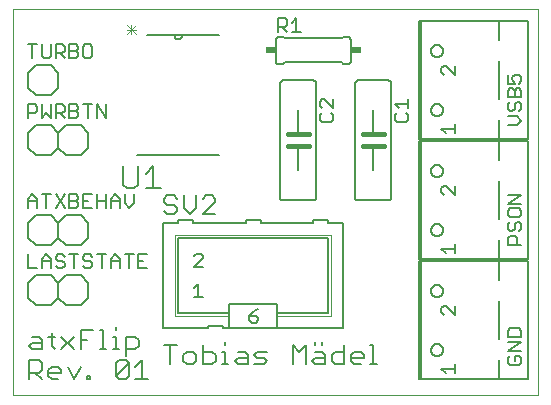
<source format=gto>
G75*
%MOIN*%
%OFA0B0*%
%FSLAX25Y25*%
%IPPOS*%
%LPD*%
%AMOC8*
5,1,8,0,0,1.08239X$1,22.5*
%
%ADD10C,0.00000*%
%ADD11C,0.00600*%
%ADD12C,0.00500*%
%ADD13C,0.01600*%
%ADD14R,0.03400X0.02400*%
%ADD15C,0.00200*%
%ADD16C,0.00700*%
%ADD17C,0.00300*%
%ADD18C,0.00800*%
D10*
X0001800Y0001800D02*
X0001800Y0130501D01*
X0176721Y0130501D01*
X0176721Y0001800D01*
X0001800Y0001800D01*
D11*
X0007100Y0007100D02*
X0007100Y0013505D01*
X0010303Y0013505D01*
X0011370Y0012438D01*
X0011370Y0010303D01*
X0010303Y0009235D01*
X0007100Y0009235D01*
X0009235Y0009235D02*
X0011370Y0007100D01*
X0013545Y0008168D02*
X0013545Y0010303D01*
X0014613Y0011370D01*
X0016748Y0011370D01*
X0017816Y0010303D01*
X0017816Y0009235D01*
X0013545Y0009235D01*
X0013545Y0008168D02*
X0014613Y0007100D01*
X0016748Y0007100D01*
X0019991Y0011370D02*
X0022126Y0007100D01*
X0024261Y0011370D01*
X0026436Y0008168D02*
X0027504Y0008168D01*
X0027504Y0007100D01*
X0026436Y0007100D01*
X0026436Y0008168D01*
X0036105Y0008168D02*
X0040375Y0012438D01*
X0040375Y0008168D01*
X0039307Y0007100D01*
X0037172Y0007100D01*
X0036105Y0008168D01*
X0036105Y0012438D01*
X0037172Y0013505D01*
X0039307Y0013505D01*
X0040375Y0012438D01*
X0042550Y0011370D02*
X0044685Y0013505D01*
X0044685Y0007100D01*
X0042550Y0007100D02*
X0046821Y0007100D01*
X0054235Y0012100D02*
X0054235Y0018505D01*
X0052100Y0018505D02*
X0056370Y0018505D01*
X0058545Y0015303D02*
X0059613Y0016370D01*
X0061748Y0016370D01*
X0062816Y0015303D01*
X0062816Y0013168D01*
X0061748Y0012100D01*
X0059613Y0012100D01*
X0058545Y0013168D01*
X0058545Y0015303D01*
X0064991Y0016370D02*
X0068194Y0016370D01*
X0069261Y0015303D01*
X0069261Y0013168D01*
X0068194Y0012100D01*
X0064991Y0012100D01*
X0064991Y0018505D01*
X0071436Y0016370D02*
X0072504Y0016370D01*
X0072504Y0012100D01*
X0071436Y0012100D02*
X0073572Y0012100D01*
X0075733Y0013168D02*
X0076801Y0014235D01*
X0080004Y0014235D01*
X0080004Y0015303D02*
X0080004Y0012100D01*
X0076801Y0012100D01*
X0075733Y0013168D01*
X0076801Y0016370D02*
X0078936Y0016370D01*
X0080004Y0015303D01*
X0082179Y0015303D02*
X0083247Y0016370D01*
X0086449Y0016370D01*
X0085382Y0014235D02*
X0083247Y0014235D01*
X0082179Y0015303D01*
X0085382Y0014235D02*
X0086449Y0013168D01*
X0085382Y0012100D01*
X0082179Y0012100D01*
X0072504Y0018505D02*
X0072504Y0019573D01*
X0071800Y0024300D02*
X0071800Y0024800D01*
X0066800Y0024800D01*
X0066800Y0024300D01*
X0051800Y0024300D01*
X0051800Y0059300D01*
X0056800Y0059300D01*
X0056800Y0060300D01*
X0061800Y0060300D01*
X0061800Y0059300D01*
X0079300Y0059300D01*
X0079300Y0060300D01*
X0084300Y0060300D01*
X0084300Y0059300D01*
X0101800Y0059300D01*
X0101800Y0060300D01*
X0106800Y0060300D01*
X0106800Y0059300D01*
X0111800Y0059300D01*
X0111800Y0024300D01*
X0089800Y0024300D01*
X0089800Y0028300D01*
X0089800Y0029300D01*
X0106800Y0029300D01*
X0106800Y0054300D01*
X0056800Y0054300D01*
X0056800Y0029300D01*
X0073800Y0029300D01*
X0073800Y0028300D01*
X0073800Y0024300D01*
X0071800Y0024300D01*
X0073800Y0024300D02*
X0089800Y0024300D01*
X0089800Y0029300D02*
X0089800Y0032300D01*
X0073800Y0032300D01*
X0073800Y0029300D01*
X0095070Y0018505D02*
X0095070Y0012100D01*
X0099340Y0012100D02*
X0099340Y0018505D01*
X0097205Y0016370D01*
X0095070Y0018505D01*
X0102583Y0018505D02*
X0102583Y0019573D01*
X0104718Y0019573D02*
X0104718Y0018505D01*
X0104718Y0016370D02*
X0102583Y0016370D01*
X0102583Y0014235D02*
X0105786Y0014235D01*
X0105786Y0015303D02*
X0105786Y0012100D01*
X0102583Y0012100D01*
X0101515Y0013168D01*
X0102583Y0014235D01*
X0104718Y0016370D02*
X0105786Y0015303D01*
X0107961Y0015303D02*
X0107961Y0013168D01*
X0109029Y0012100D01*
X0112231Y0012100D01*
X0112231Y0018505D01*
X0112231Y0016370D02*
X0109029Y0016370D01*
X0107961Y0015303D01*
X0114406Y0015303D02*
X0114406Y0013168D01*
X0115474Y0012100D01*
X0117609Y0012100D01*
X0118677Y0014235D02*
X0114406Y0014235D01*
X0114406Y0015303D02*
X0115474Y0016370D01*
X0117609Y0016370D01*
X0118677Y0015303D01*
X0118677Y0014235D01*
X0120852Y0012100D02*
X0122987Y0012100D01*
X0121920Y0012100D02*
X0121920Y0018505D01*
X0120852Y0018505D01*
X0137099Y0007158D02*
X0137898Y0007158D01*
X0137898Y0046457D01*
X0163898Y0046457D01*
X0173300Y0046457D01*
X0173300Y0007158D01*
X0163898Y0007158D01*
X0137898Y0007158D01*
X0137099Y0007158D02*
X0137099Y0046457D01*
X0137898Y0046457D01*
X0137898Y0047158D02*
X0137099Y0047158D01*
X0137099Y0086457D01*
X0137898Y0086457D01*
X0163898Y0086457D01*
X0173300Y0086457D01*
X0173300Y0047158D01*
X0163898Y0047158D01*
X0137898Y0047158D01*
X0137898Y0086457D01*
X0137898Y0087158D02*
X0137099Y0087158D01*
X0137099Y0126457D01*
X0137898Y0126457D01*
X0163898Y0126457D01*
X0173300Y0126457D01*
X0173300Y0087158D01*
X0163898Y0087158D01*
X0137898Y0087158D01*
X0137898Y0126457D01*
X0141100Y0116657D02*
X0141102Y0116746D01*
X0141108Y0116835D01*
X0141118Y0116924D01*
X0141132Y0117012D01*
X0141149Y0117099D01*
X0141171Y0117185D01*
X0141197Y0117271D01*
X0141226Y0117355D01*
X0141259Y0117438D01*
X0141295Y0117519D01*
X0141336Y0117599D01*
X0141379Y0117676D01*
X0141426Y0117752D01*
X0141477Y0117825D01*
X0141530Y0117896D01*
X0141587Y0117965D01*
X0141647Y0118031D01*
X0141710Y0118095D01*
X0141775Y0118155D01*
X0141843Y0118213D01*
X0141914Y0118267D01*
X0141987Y0118318D01*
X0142062Y0118366D01*
X0142139Y0118411D01*
X0142218Y0118452D01*
X0142299Y0118489D01*
X0142381Y0118523D01*
X0142465Y0118554D01*
X0142550Y0118580D01*
X0142636Y0118603D01*
X0142723Y0118621D01*
X0142811Y0118636D01*
X0142900Y0118647D01*
X0142989Y0118654D01*
X0143078Y0118657D01*
X0143167Y0118656D01*
X0143256Y0118651D01*
X0143344Y0118642D01*
X0143433Y0118629D01*
X0143520Y0118612D01*
X0143607Y0118592D01*
X0143693Y0118567D01*
X0143777Y0118539D01*
X0143860Y0118507D01*
X0143942Y0118471D01*
X0144022Y0118432D01*
X0144100Y0118389D01*
X0144176Y0118343D01*
X0144250Y0118293D01*
X0144322Y0118240D01*
X0144391Y0118184D01*
X0144458Y0118125D01*
X0144522Y0118063D01*
X0144583Y0117999D01*
X0144642Y0117931D01*
X0144697Y0117861D01*
X0144749Y0117789D01*
X0144798Y0117714D01*
X0144843Y0117638D01*
X0144885Y0117559D01*
X0144923Y0117479D01*
X0144958Y0117397D01*
X0144989Y0117313D01*
X0145017Y0117228D01*
X0145040Y0117142D01*
X0145060Y0117055D01*
X0145076Y0116968D01*
X0145088Y0116879D01*
X0145096Y0116791D01*
X0145100Y0116702D01*
X0145100Y0116612D01*
X0145096Y0116523D01*
X0145088Y0116435D01*
X0145076Y0116346D01*
X0145060Y0116259D01*
X0145040Y0116172D01*
X0145017Y0116086D01*
X0144989Y0116001D01*
X0144958Y0115917D01*
X0144923Y0115835D01*
X0144885Y0115755D01*
X0144843Y0115676D01*
X0144798Y0115600D01*
X0144749Y0115525D01*
X0144697Y0115453D01*
X0144642Y0115383D01*
X0144583Y0115315D01*
X0144522Y0115251D01*
X0144458Y0115189D01*
X0144391Y0115130D01*
X0144322Y0115074D01*
X0144250Y0115021D01*
X0144176Y0114971D01*
X0144100Y0114925D01*
X0144022Y0114882D01*
X0143942Y0114843D01*
X0143860Y0114807D01*
X0143777Y0114775D01*
X0143693Y0114747D01*
X0143607Y0114722D01*
X0143520Y0114702D01*
X0143433Y0114685D01*
X0143344Y0114672D01*
X0143256Y0114663D01*
X0143167Y0114658D01*
X0143078Y0114657D01*
X0142989Y0114660D01*
X0142900Y0114667D01*
X0142811Y0114678D01*
X0142723Y0114693D01*
X0142636Y0114711D01*
X0142550Y0114734D01*
X0142465Y0114760D01*
X0142381Y0114791D01*
X0142299Y0114825D01*
X0142218Y0114862D01*
X0142139Y0114903D01*
X0142062Y0114948D01*
X0141987Y0114996D01*
X0141914Y0115047D01*
X0141843Y0115101D01*
X0141775Y0115159D01*
X0141710Y0115219D01*
X0141647Y0115283D01*
X0141587Y0115349D01*
X0141530Y0115418D01*
X0141477Y0115489D01*
X0141426Y0115562D01*
X0141379Y0115638D01*
X0141336Y0115715D01*
X0141295Y0115795D01*
X0141259Y0115876D01*
X0141226Y0115959D01*
X0141197Y0116043D01*
X0141171Y0116129D01*
X0141149Y0116215D01*
X0141132Y0116302D01*
X0141118Y0116390D01*
X0141108Y0116479D01*
X0141102Y0116568D01*
X0141100Y0116657D01*
X0127800Y0105800D02*
X0127800Y0067800D01*
X0127798Y0067740D01*
X0127793Y0067679D01*
X0127784Y0067620D01*
X0127771Y0067561D01*
X0127755Y0067502D01*
X0127735Y0067445D01*
X0127712Y0067390D01*
X0127685Y0067335D01*
X0127656Y0067283D01*
X0127623Y0067232D01*
X0127587Y0067183D01*
X0127549Y0067137D01*
X0127507Y0067093D01*
X0127463Y0067051D01*
X0127417Y0067013D01*
X0127368Y0066977D01*
X0127317Y0066944D01*
X0127265Y0066915D01*
X0127210Y0066888D01*
X0127155Y0066865D01*
X0127098Y0066845D01*
X0127039Y0066829D01*
X0126980Y0066816D01*
X0126921Y0066807D01*
X0126860Y0066802D01*
X0126800Y0066800D01*
X0116800Y0066800D01*
X0116740Y0066802D01*
X0116679Y0066807D01*
X0116620Y0066816D01*
X0116561Y0066829D01*
X0116502Y0066845D01*
X0116445Y0066865D01*
X0116390Y0066888D01*
X0116335Y0066915D01*
X0116283Y0066944D01*
X0116232Y0066977D01*
X0116183Y0067013D01*
X0116137Y0067051D01*
X0116093Y0067093D01*
X0116051Y0067137D01*
X0116013Y0067183D01*
X0115977Y0067232D01*
X0115944Y0067283D01*
X0115915Y0067335D01*
X0115888Y0067390D01*
X0115865Y0067445D01*
X0115845Y0067502D01*
X0115829Y0067561D01*
X0115816Y0067620D01*
X0115807Y0067679D01*
X0115802Y0067740D01*
X0115800Y0067800D01*
X0115800Y0105800D01*
X0115802Y0105860D01*
X0115807Y0105921D01*
X0115816Y0105980D01*
X0115829Y0106039D01*
X0115845Y0106098D01*
X0115865Y0106155D01*
X0115888Y0106210D01*
X0115915Y0106265D01*
X0115944Y0106317D01*
X0115977Y0106368D01*
X0116013Y0106417D01*
X0116051Y0106463D01*
X0116093Y0106507D01*
X0116137Y0106549D01*
X0116183Y0106587D01*
X0116232Y0106623D01*
X0116283Y0106656D01*
X0116335Y0106685D01*
X0116390Y0106712D01*
X0116445Y0106735D01*
X0116502Y0106755D01*
X0116561Y0106771D01*
X0116620Y0106784D01*
X0116679Y0106793D01*
X0116740Y0106798D01*
X0116800Y0106800D01*
X0126800Y0106800D01*
X0126860Y0106798D01*
X0126921Y0106793D01*
X0126980Y0106784D01*
X0127039Y0106771D01*
X0127098Y0106755D01*
X0127155Y0106735D01*
X0127210Y0106712D01*
X0127265Y0106685D01*
X0127317Y0106656D01*
X0127368Y0106623D01*
X0127417Y0106587D01*
X0127463Y0106549D01*
X0127507Y0106507D01*
X0127549Y0106463D01*
X0127587Y0106417D01*
X0127623Y0106368D01*
X0127656Y0106317D01*
X0127685Y0106265D01*
X0127712Y0106210D01*
X0127735Y0106155D01*
X0127755Y0106098D01*
X0127771Y0106039D01*
X0127784Y0105980D01*
X0127793Y0105921D01*
X0127798Y0105860D01*
X0127800Y0105800D01*
X0121800Y0096800D02*
X0121800Y0088800D01*
X0121800Y0084800D02*
X0121800Y0076800D01*
X0102800Y0067800D02*
X0102800Y0105800D01*
X0102798Y0105860D01*
X0102793Y0105921D01*
X0102784Y0105980D01*
X0102771Y0106039D01*
X0102755Y0106098D01*
X0102735Y0106155D01*
X0102712Y0106210D01*
X0102685Y0106265D01*
X0102656Y0106317D01*
X0102623Y0106368D01*
X0102587Y0106417D01*
X0102549Y0106463D01*
X0102507Y0106507D01*
X0102463Y0106549D01*
X0102417Y0106587D01*
X0102368Y0106623D01*
X0102317Y0106656D01*
X0102265Y0106685D01*
X0102210Y0106712D01*
X0102155Y0106735D01*
X0102098Y0106755D01*
X0102039Y0106771D01*
X0101980Y0106784D01*
X0101921Y0106793D01*
X0101860Y0106798D01*
X0101800Y0106800D01*
X0091800Y0106800D01*
X0091740Y0106798D01*
X0091679Y0106793D01*
X0091620Y0106784D01*
X0091561Y0106771D01*
X0091502Y0106755D01*
X0091445Y0106735D01*
X0091390Y0106712D01*
X0091335Y0106685D01*
X0091283Y0106656D01*
X0091232Y0106623D01*
X0091183Y0106587D01*
X0091137Y0106549D01*
X0091093Y0106507D01*
X0091051Y0106463D01*
X0091013Y0106417D01*
X0090977Y0106368D01*
X0090944Y0106317D01*
X0090915Y0106265D01*
X0090888Y0106210D01*
X0090865Y0106155D01*
X0090845Y0106098D01*
X0090829Y0106039D01*
X0090816Y0105980D01*
X0090807Y0105921D01*
X0090802Y0105860D01*
X0090800Y0105800D01*
X0090800Y0067800D01*
X0090802Y0067740D01*
X0090807Y0067679D01*
X0090816Y0067620D01*
X0090829Y0067561D01*
X0090845Y0067502D01*
X0090865Y0067445D01*
X0090888Y0067390D01*
X0090915Y0067335D01*
X0090944Y0067283D01*
X0090977Y0067232D01*
X0091013Y0067183D01*
X0091051Y0067137D01*
X0091093Y0067093D01*
X0091137Y0067051D01*
X0091183Y0067013D01*
X0091232Y0066977D01*
X0091283Y0066944D01*
X0091335Y0066915D01*
X0091390Y0066888D01*
X0091445Y0066865D01*
X0091502Y0066845D01*
X0091561Y0066829D01*
X0091620Y0066816D01*
X0091679Y0066807D01*
X0091740Y0066802D01*
X0091800Y0066800D01*
X0101800Y0066800D01*
X0101860Y0066802D01*
X0101921Y0066807D01*
X0101980Y0066816D01*
X0102039Y0066829D01*
X0102098Y0066845D01*
X0102155Y0066865D01*
X0102210Y0066888D01*
X0102265Y0066915D01*
X0102317Y0066944D01*
X0102368Y0066977D01*
X0102417Y0067013D01*
X0102463Y0067051D01*
X0102507Y0067093D01*
X0102549Y0067137D01*
X0102587Y0067183D01*
X0102623Y0067232D01*
X0102656Y0067283D01*
X0102685Y0067335D01*
X0102712Y0067390D01*
X0102735Y0067445D01*
X0102755Y0067502D01*
X0102771Y0067561D01*
X0102784Y0067620D01*
X0102793Y0067679D01*
X0102798Y0067740D01*
X0102800Y0067800D01*
X0096800Y0076800D02*
X0096800Y0084800D01*
X0096800Y0088800D02*
X0096800Y0096800D01*
X0091800Y0112300D02*
X0090300Y0112300D01*
X0090240Y0112302D01*
X0090179Y0112307D01*
X0090120Y0112316D01*
X0090061Y0112329D01*
X0090002Y0112345D01*
X0089945Y0112365D01*
X0089890Y0112388D01*
X0089835Y0112415D01*
X0089783Y0112444D01*
X0089732Y0112477D01*
X0089683Y0112513D01*
X0089637Y0112551D01*
X0089593Y0112593D01*
X0089551Y0112637D01*
X0089513Y0112683D01*
X0089477Y0112732D01*
X0089444Y0112783D01*
X0089415Y0112835D01*
X0089388Y0112890D01*
X0089365Y0112945D01*
X0089345Y0113002D01*
X0089329Y0113061D01*
X0089316Y0113120D01*
X0089307Y0113179D01*
X0089302Y0113240D01*
X0089300Y0113300D01*
X0089300Y0120300D01*
X0089302Y0120360D01*
X0089307Y0120421D01*
X0089316Y0120480D01*
X0089329Y0120539D01*
X0089345Y0120598D01*
X0089365Y0120655D01*
X0089388Y0120710D01*
X0089415Y0120765D01*
X0089444Y0120817D01*
X0089477Y0120868D01*
X0089513Y0120917D01*
X0089551Y0120963D01*
X0089593Y0121007D01*
X0089637Y0121049D01*
X0089683Y0121087D01*
X0089732Y0121123D01*
X0089783Y0121156D01*
X0089835Y0121185D01*
X0089890Y0121212D01*
X0089945Y0121235D01*
X0090002Y0121255D01*
X0090061Y0121271D01*
X0090120Y0121284D01*
X0090179Y0121293D01*
X0090240Y0121298D01*
X0090300Y0121300D01*
X0091800Y0121300D01*
X0092300Y0120800D01*
X0111300Y0120800D01*
X0111800Y0121300D01*
X0113300Y0121300D01*
X0113360Y0121298D01*
X0113421Y0121293D01*
X0113480Y0121284D01*
X0113539Y0121271D01*
X0113598Y0121255D01*
X0113655Y0121235D01*
X0113710Y0121212D01*
X0113765Y0121185D01*
X0113817Y0121156D01*
X0113868Y0121123D01*
X0113917Y0121087D01*
X0113963Y0121049D01*
X0114007Y0121007D01*
X0114049Y0120963D01*
X0114087Y0120917D01*
X0114123Y0120868D01*
X0114156Y0120817D01*
X0114185Y0120765D01*
X0114212Y0120710D01*
X0114235Y0120655D01*
X0114255Y0120598D01*
X0114271Y0120539D01*
X0114284Y0120480D01*
X0114293Y0120421D01*
X0114298Y0120360D01*
X0114300Y0120300D01*
X0114300Y0113300D01*
X0114298Y0113240D01*
X0114293Y0113179D01*
X0114284Y0113120D01*
X0114271Y0113061D01*
X0114255Y0113002D01*
X0114235Y0112945D01*
X0114212Y0112890D01*
X0114185Y0112835D01*
X0114156Y0112783D01*
X0114123Y0112732D01*
X0114087Y0112683D01*
X0114049Y0112637D01*
X0114007Y0112593D01*
X0113963Y0112551D01*
X0113917Y0112513D01*
X0113868Y0112477D01*
X0113817Y0112444D01*
X0113765Y0112415D01*
X0113710Y0112388D01*
X0113655Y0112365D01*
X0113598Y0112345D01*
X0113539Y0112329D01*
X0113480Y0112316D01*
X0113421Y0112307D01*
X0113360Y0112302D01*
X0113300Y0112300D01*
X0111800Y0112300D01*
X0111300Y0112800D01*
X0092300Y0112800D01*
X0091800Y0112300D01*
X0070500Y0121800D02*
X0058000Y0121800D01*
X0055600Y0121800D01*
X0046300Y0121800D01*
X0055600Y0121800D02*
X0055602Y0121731D01*
X0055608Y0121663D01*
X0055618Y0121595D01*
X0055631Y0121528D01*
X0055649Y0121462D01*
X0055670Y0121397D01*
X0055695Y0121333D01*
X0055723Y0121271D01*
X0055755Y0121210D01*
X0055790Y0121151D01*
X0055829Y0121095D01*
X0055871Y0121040D01*
X0055916Y0120989D01*
X0055964Y0120939D01*
X0056014Y0120893D01*
X0056067Y0120850D01*
X0056123Y0120809D01*
X0056180Y0120772D01*
X0056240Y0120739D01*
X0056302Y0120708D01*
X0056365Y0120682D01*
X0056429Y0120659D01*
X0056495Y0120639D01*
X0056562Y0120624D01*
X0056629Y0120612D01*
X0056697Y0120604D01*
X0056766Y0120600D01*
X0056834Y0120600D01*
X0056903Y0120604D01*
X0056971Y0120612D01*
X0057038Y0120624D01*
X0057105Y0120639D01*
X0057171Y0120659D01*
X0057235Y0120682D01*
X0057298Y0120708D01*
X0057360Y0120739D01*
X0057420Y0120772D01*
X0057477Y0120809D01*
X0057533Y0120850D01*
X0057586Y0120893D01*
X0057636Y0120939D01*
X0057684Y0120989D01*
X0057729Y0121040D01*
X0057771Y0121095D01*
X0057810Y0121151D01*
X0057845Y0121210D01*
X0057877Y0121271D01*
X0057905Y0121333D01*
X0057930Y0121397D01*
X0057951Y0121462D01*
X0057969Y0121528D01*
X0057982Y0121595D01*
X0057992Y0121663D01*
X0057998Y0121731D01*
X0058000Y0121800D01*
X0026800Y0089300D02*
X0024300Y0091800D01*
X0019300Y0091800D01*
X0016800Y0089300D01*
X0016800Y0084300D01*
X0019300Y0081800D01*
X0024300Y0081800D01*
X0026800Y0084300D01*
X0026800Y0089300D01*
X0016800Y0089300D02*
X0014300Y0091800D01*
X0009300Y0091800D01*
X0006800Y0089300D01*
X0006800Y0084300D01*
X0009300Y0081800D01*
X0014300Y0081800D01*
X0016800Y0084300D01*
X0014300Y0101800D02*
X0009300Y0101800D01*
X0006800Y0104300D01*
X0006800Y0109300D01*
X0009300Y0111800D01*
X0014300Y0111800D01*
X0016800Y0109300D01*
X0016800Y0104300D01*
X0014300Y0101800D01*
X0043100Y0081800D02*
X0070500Y0081800D01*
X0026800Y0059300D02*
X0026800Y0054300D01*
X0024300Y0051800D01*
X0019300Y0051800D01*
X0016800Y0054300D01*
X0014300Y0051800D01*
X0009300Y0051800D01*
X0006800Y0054300D01*
X0006800Y0059300D01*
X0009300Y0061800D01*
X0014300Y0061800D01*
X0016800Y0059300D01*
X0019300Y0061800D01*
X0024300Y0061800D01*
X0026800Y0059300D01*
X0016800Y0059300D02*
X0016800Y0054300D01*
X0014300Y0041800D02*
X0009300Y0041800D01*
X0006800Y0039300D01*
X0006800Y0034300D01*
X0009300Y0031800D01*
X0014300Y0031800D01*
X0016800Y0034300D01*
X0019300Y0031800D01*
X0024300Y0031800D01*
X0026800Y0034300D01*
X0026800Y0039300D01*
X0024300Y0041800D01*
X0019300Y0041800D01*
X0016800Y0039300D01*
X0016800Y0034300D01*
X0016800Y0039300D02*
X0014300Y0041800D01*
X0036098Y0024573D02*
X0036098Y0023505D01*
X0036098Y0021370D02*
X0035030Y0021370D01*
X0036098Y0021370D02*
X0036098Y0017100D01*
X0035030Y0017100D02*
X0037166Y0017100D01*
X0039327Y0017100D02*
X0042530Y0017100D01*
X0043598Y0018168D01*
X0043598Y0020303D01*
X0042530Y0021370D01*
X0039327Y0021370D01*
X0039327Y0014965D01*
X0032869Y0017100D02*
X0030733Y0017100D01*
X0031801Y0017100D02*
X0031801Y0023505D01*
X0030733Y0023505D01*
X0028558Y0023505D02*
X0024288Y0023505D01*
X0024288Y0017100D01*
X0022113Y0017100D02*
X0017842Y0021370D01*
X0015681Y0021370D02*
X0013545Y0021370D01*
X0014613Y0022438D02*
X0014613Y0018168D01*
X0015681Y0017100D01*
X0017842Y0017100D02*
X0022113Y0021370D01*
X0024288Y0020303D02*
X0026423Y0020303D01*
X0011370Y0020303D02*
X0011370Y0017100D01*
X0008168Y0017100D01*
X0007100Y0018168D01*
X0008168Y0019235D01*
X0011370Y0019235D01*
X0011370Y0020303D02*
X0010303Y0021370D01*
X0008168Y0021370D01*
X0141100Y0016957D02*
X0141102Y0017046D01*
X0141108Y0017135D01*
X0141118Y0017224D01*
X0141132Y0017312D01*
X0141149Y0017399D01*
X0141171Y0017485D01*
X0141197Y0017571D01*
X0141226Y0017655D01*
X0141259Y0017738D01*
X0141295Y0017819D01*
X0141336Y0017899D01*
X0141379Y0017976D01*
X0141426Y0018052D01*
X0141477Y0018125D01*
X0141530Y0018196D01*
X0141587Y0018265D01*
X0141647Y0018331D01*
X0141710Y0018395D01*
X0141775Y0018455D01*
X0141843Y0018513D01*
X0141914Y0018567D01*
X0141987Y0018618D01*
X0142062Y0018666D01*
X0142139Y0018711D01*
X0142218Y0018752D01*
X0142299Y0018789D01*
X0142381Y0018823D01*
X0142465Y0018854D01*
X0142550Y0018880D01*
X0142636Y0018903D01*
X0142723Y0018921D01*
X0142811Y0018936D01*
X0142900Y0018947D01*
X0142989Y0018954D01*
X0143078Y0018957D01*
X0143167Y0018956D01*
X0143256Y0018951D01*
X0143344Y0018942D01*
X0143433Y0018929D01*
X0143520Y0018912D01*
X0143607Y0018892D01*
X0143693Y0018867D01*
X0143777Y0018839D01*
X0143860Y0018807D01*
X0143942Y0018771D01*
X0144022Y0018732D01*
X0144100Y0018689D01*
X0144176Y0018643D01*
X0144250Y0018593D01*
X0144322Y0018540D01*
X0144391Y0018484D01*
X0144458Y0018425D01*
X0144522Y0018363D01*
X0144583Y0018299D01*
X0144642Y0018231D01*
X0144697Y0018161D01*
X0144749Y0018089D01*
X0144798Y0018014D01*
X0144843Y0017938D01*
X0144885Y0017859D01*
X0144923Y0017779D01*
X0144958Y0017697D01*
X0144989Y0017613D01*
X0145017Y0017528D01*
X0145040Y0017442D01*
X0145060Y0017355D01*
X0145076Y0017268D01*
X0145088Y0017179D01*
X0145096Y0017091D01*
X0145100Y0017002D01*
X0145100Y0016912D01*
X0145096Y0016823D01*
X0145088Y0016735D01*
X0145076Y0016646D01*
X0145060Y0016559D01*
X0145040Y0016472D01*
X0145017Y0016386D01*
X0144989Y0016301D01*
X0144958Y0016217D01*
X0144923Y0016135D01*
X0144885Y0016055D01*
X0144843Y0015976D01*
X0144798Y0015900D01*
X0144749Y0015825D01*
X0144697Y0015753D01*
X0144642Y0015683D01*
X0144583Y0015615D01*
X0144522Y0015551D01*
X0144458Y0015489D01*
X0144391Y0015430D01*
X0144322Y0015374D01*
X0144250Y0015321D01*
X0144176Y0015271D01*
X0144100Y0015225D01*
X0144022Y0015182D01*
X0143942Y0015143D01*
X0143860Y0015107D01*
X0143777Y0015075D01*
X0143693Y0015047D01*
X0143607Y0015022D01*
X0143520Y0015002D01*
X0143433Y0014985D01*
X0143344Y0014972D01*
X0143256Y0014963D01*
X0143167Y0014958D01*
X0143078Y0014957D01*
X0142989Y0014960D01*
X0142900Y0014967D01*
X0142811Y0014978D01*
X0142723Y0014993D01*
X0142636Y0015011D01*
X0142550Y0015034D01*
X0142465Y0015060D01*
X0142381Y0015091D01*
X0142299Y0015125D01*
X0142218Y0015162D01*
X0142139Y0015203D01*
X0142062Y0015248D01*
X0141987Y0015296D01*
X0141914Y0015347D01*
X0141843Y0015401D01*
X0141775Y0015459D01*
X0141710Y0015519D01*
X0141647Y0015583D01*
X0141587Y0015649D01*
X0141530Y0015718D01*
X0141477Y0015789D01*
X0141426Y0015862D01*
X0141379Y0015938D01*
X0141336Y0016015D01*
X0141295Y0016095D01*
X0141259Y0016176D01*
X0141226Y0016259D01*
X0141197Y0016343D01*
X0141171Y0016429D01*
X0141149Y0016515D01*
X0141132Y0016602D01*
X0141118Y0016690D01*
X0141108Y0016779D01*
X0141102Y0016868D01*
X0141100Y0016957D01*
X0163898Y0013457D02*
X0163898Y0007158D01*
X0163898Y0020457D02*
X0163898Y0033158D01*
X0163898Y0040158D02*
X0163898Y0046457D01*
X0163898Y0047158D02*
X0163898Y0053457D01*
X0163898Y0060457D02*
X0163898Y0073158D01*
X0163898Y0080158D02*
X0163898Y0086457D01*
X0163898Y0087158D02*
X0163898Y0093457D01*
X0163898Y0100457D02*
X0163898Y0113158D01*
X0163898Y0120158D02*
X0163898Y0126457D01*
X0141100Y0096957D02*
X0141102Y0097046D01*
X0141108Y0097135D01*
X0141118Y0097224D01*
X0141132Y0097312D01*
X0141149Y0097399D01*
X0141171Y0097485D01*
X0141197Y0097571D01*
X0141226Y0097655D01*
X0141259Y0097738D01*
X0141295Y0097819D01*
X0141336Y0097899D01*
X0141379Y0097976D01*
X0141426Y0098052D01*
X0141477Y0098125D01*
X0141530Y0098196D01*
X0141587Y0098265D01*
X0141647Y0098331D01*
X0141710Y0098395D01*
X0141775Y0098455D01*
X0141843Y0098513D01*
X0141914Y0098567D01*
X0141987Y0098618D01*
X0142062Y0098666D01*
X0142139Y0098711D01*
X0142218Y0098752D01*
X0142299Y0098789D01*
X0142381Y0098823D01*
X0142465Y0098854D01*
X0142550Y0098880D01*
X0142636Y0098903D01*
X0142723Y0098921D01*
X0142811Y0098936D01*
X0142900Y0098947D01*
X0142989Y0098954D01*
X0143078Y0098957D01*
X0143167Y0098956D01*
X0143256Y0098951D01*
X0143344Y0098942D01*
X0143433Y0098929D01*
X0143520Y0098912D01*
X0143607Y0098892D01*
X0143693Y0098867D01*
X0143777Y0098839D01*
X0143860Y0098807D01*
X0143942Y0098771D01*
X0144022Y0098732D01*
X0144100Y0098689D01*
X0144176Y0098643D01*
X0144250Y0098593D01*
X0144322Y0098540D01*
X0144391Y0098484D01*
X0144458Y0098425D01*
X0144522Y0098363D01*
X0144583Y0098299D01*
X0144642Y0098231D01*
X0144697Y0098161D01*
X0144749Y0098089D01*
X0144798Y0098014D01*
X0144843Y0097938D01*
X0144885Y0097859D01*
X0144923Y0097779D01*
X0144958Y0097697D01*
X0144989Y0097613D01*
X0145017Y0097528D01*
X0145040Y0097442D01*
X0145060Y0097355D01*
X0145076Y0097268D01*
X0145088Y0097179D01*
X0145096Y0097091D01*
X0145100Y0097002D01*
X0145100Y0096912D01*
X0145096Y0096823D01*
X0145088Y0096735D01*
X0145076Y0096646D01*
X0145060Y0096559D01*
X0145040Y0096472D01*
X0145017Y0096386D01*
X0144989Y0096301D01*
X0144958Y0096217D01*
X0144923Y0096135D01*
X0144885Y0096055D01*
X0144843Y0095976D01*
X0144798Y0095900D01*
X0144749Y0095825D01*
X0144697Y0095753D01*
X0144642Y0095683D01*
X0144583Y0095615D01*
X0144522Y0095551D01*
X0144458Y0095489D01*
X0144391Y0095430D01*
X0144322Y0095374D01*
X0144250Y0095321D01*
X0144176Y0095271D01*
X0144100Y0095225D01*
X0144022Y0095182D01*
X0143942Y0095143D01*
X0143860Y0095107D01*
X0143777Y0095075D01*
X0143693Y0095047D01*
X0143607Y0095022D01*
X0143520Y0095002D01*
X0143433Y0094985D01*
X0143344Y0094972D01*
X0143256Y0094963D01*
X0143167Y0094958D01*
X0143078Y0094957D01*
X0142989Y0094960D01*
X0142900Y0094967D01*
X0142811Y0094978D01*
X0142723Y0094993D01*
X0142636Y0095011D01*
X0142550Y0095034D01*
X0142465Y0095060D01*
X0142381Y0095091D01*
X0142299Y0095125D01*
X0142218Y0095162D01*
X0142139Y0095203D01*
X0142062Y0095248D01*
X0141987Y0095296D01*
X0141914Y0095347D01*
X0141843Y0095401D01*
X0141775Y0095459D01*
X0141710Y0095519D01*
X0141647Y0095583D01*
X0141587Y0095649D01*
X0141530Y0095718D01*
X0141477Y0095789D01*
X0141426Y0095862D01*
X0141379Y0095938D01*
X0141336Y0096015D01*
X0141295Y0096095D01*
X0141259Y0096176D01*
X0141226Y0096259D01*
X0141197Y0096343D01*
X0141171Y0096429D01*
X0141149Y0096515D01*
X0141132Y0096602D01*
X0141118Y0096690D01*
X0141108Y0096779D01*
X0141102Y0096868D01*
X0141100Y0096957D01*
X0141100Y0076657D02*
X0141102Y0076746D01*
X0141108Y0076835D01*
X0141118Y0076924D01*
X0141132Y0077012D01*
X0141149Y0077099D01*
X0141171Y0077185D01*
X0141197Y0077271D01*
X0141226Y0077355D01*
X0141259Y0077438D01*
X0141295Y0077519D01*
X0141336Y0077599D01*
X0141379Y0077676D01*
X0141426Y0077752D01*
X0141477Y0077825D01*
X0141530Y0077896D01*
X0141587Y0077965D01*
X0141647Y0078031D01*
X0141710Y0078095D01*
X0141775Y0078155D01*
X0141843Y0078213D01*
X0141914Y0078267D01*
X0141987Y0078318D01*
X0142062Y0078366D01*
X0142139Y0078411D01*
X0142218Y0078452D01*
X0142299Y0078489D01*
X0142381Y0078523D01*
X0142465Y0078554D01*
X0142550Y0078580D01*
X0142636Y0078603D01*
X0142723Y0078621D01*
X0142811Y0078636D01*
X0142900Y0078647D01*
X0142989Y0078654D01*
X0143078Y0078657D01*
X0143167Y0078656D01*
X0143256Y0078651D01*
X0143344Y0078642D01*
X0143433Y0078629D01*
X0143520Y0078612D01*
X0143607Y0078592D01*
X0143693Y0078567D01*
X0143777Y0078539D01*
X0143860Y0078507D01*
X0143942Y0078471D01*
X0144022Y0078432D01*
X0144100Y0078389D01*
X0144176Y0078343D01*
X0144250Y0078293D01*
X0144322Y0078240D01*
X0144391Y0078184D01*
X0144458Y0078125D01*
X0144522Y0078063D01*
X0144583Y0077999D01*
X0144642Y0077931D01*
X0144697Y0077861D01*
X0144749Y0077789D01*
X0144798Y0077714D01*
X0144843Y0077638D01*
X0144885Y0077559D01*
X0144923Y0077479D01*
X0144958Y0077397D01*
X0144989Y0077313D01*
X0145017Y0077228D01*
X0145040Y0077142D01*
X0145060Y0077055D01*
X0145076Y0076968D01*
X0145088Y0076879D01*
X0145096Y0076791D01*
X0145100Y0076702D01*
X0145100Y0076612D01*
X0145096Y0076523D01*
X0145088Y0076435D01*
X0145076Y0076346D01*
X0145060Y0076259D01*
X0145040Y0076172D01*
X0145017Y0076086D01*
X0144989Y0076001D01*
X0144958Y0075917D01*
X0144923Y0075835D01*
X0144885Y0075755D01*
X0144843Y0075676D01*
X0144798Y0075600D01*
X0144749Y0075525D01*
X0144697Y0075453D01*
X0144642Y0075383D01*
X0144583Y0075315D01*
X0144522Y0075251D01*
X0144458Y0075189D01*
X0144391Y0075130D01*
X0144322Y0075074D01*
X0144250Y0075021D01*
X0144176Y0074971D01*
X0144100Y0074925D01*
X0144022Y0074882D01*
X0143942Y0074843D01*
X0143860Y0074807D01*
X0143777Y0074775D01*
X0143693Y0074747D01*
X0143607Y0074722D01*
X0143520Y0074702D01*
X0143433Y0074685D01*
X0143344Y0074672D01*
X0143256Y0074663D01*
X0143167Y0074658D01*
X0143078Y0074657D01*
X0142989Y0074660D01*
X0142900Y0074667D01*
X0142811Y0074678D01*
X0142723Y0074693D01*
X0142636Y0074711D01*
X0142550Y0074734D01*
X0142465Y0074760D01*
X0142381Y0074791D01*
X0142299Y0074825D01*
X0142218Y0074862D01*
X0142139Y0074903D01*
X0142062Y0074948D01*
X0141987Y0074996D01*
X0141914Y0075047D01*
X0141843Y0075101D01*
X0141775Y0075159D01*
X0141710Y0075219D01*
X0141647Y0075283D01*
X0141587Y0075349D01*
X0141530Y0075418D01*
X0141477Y0075489D01*
X0141426Y0075562D01*
X0141379Y0075638D01*
X0141336Y0075715D01*
X0141295Y0075795D01*
X0141259Y0075876D01*
X0141226Y0075959D01*
X0141197Y0076043D01*
X0141171Y0076129D01*
X0141149Y0076215D01*
X0141132Y0076302D01*
X0141118Y0076390D01*
X0141108Y0076479D01*
X0141102Y0076568D01*
X0141100Y0076657D01*
X0141100Y0056957D02*
X0141102Y0057046D01*
X0141108Y0057135D01*
X0141118Y0057224D01*
X0141132Y0057312D01*
X0141149Y0057399D01*
X0141171Y0057485D01*
X0141197Y0057571D01*
X0141226Y0057655D01*
X0141259Y0057738D01*
X0141295Y0057819D01*
X0141336Y0057899D01*
X0141379Y0057976D01*
X0141426Y0058052D01*
X0141477Y0058125D01*
X0141530Y0058196D01*
X0141587Y0058265D01*
X0141647Y0058331D01*
X0141710Y0058395D01*
X0141775Y0058455D01*
X0141843Y0058513D01*
X0141914Y0058567D01*
X0141987Y0058618D01*
X0142062Y0058666D01*
X0142139Y0058711D01*
X0142218Y0058752D01*
X0142299Y0058789D01*
X0142381Y0058823D01*
X0142465Y0058854D01*
X0142550Y0058880D01*
X0142636Y0058903D01*
X0142723Y0058921D01*
X0142811Y0058936D01*
X0142900Y0058947D01*
X0142989Y0058954D01*
X0143078Y0058957D01*
X0143167Y0058956D01*
X0143256Y0058951D01*
X0143344Y0058942D01*
X0143433Y0058929D01*
X0143520Y0058912D01*
X0143607Y0058892D01*
X0143693Y0058867D01*
X0143777Y0058839D01*
X0143860Y0058807D01*
X0143942Y0058771D01*
X0144022Y0058732D01*
X0144100Y0058689D01*
X0144176Y0058643D01*
X0144250Y0058593D01*
X0144322Y0058540D01*
X0144391Y0058484D01*
X0144458Y0058425D01*
X0144522Y0058363D01*
X0144583Y0058299D01*
X0144642Y0058231D01*
X0144697Y0058161D01*
X0144749Y0058089D01*
X0144798Y0058014D01*
X0144843Y0057938D01*
X0144885Y0057859D01*
X0144923Y0057779D01*
X0144958Y0057697D01*
X0144989Y0057613D01*
X0145017Y0057528D01*
X0145040Y0057442D01*
X0145060Y0057355D01*
X0145076Y0057268D01*
X0145088Y0057179D01*
X0145096Y0057091D01*
X0145100Y0057002D01*
X0145100Y0056912D01*
X0145096Y0056823D01*
X0145088Y0056735D01*
X0145076Y0056646D01*
X0145060Y0056559D01*
X0145040Y0056472D01*
X0145017Y0056386D01*
X0144989Y0056301D01*
X0144958Y0056217D01*
X0144923Y0056135D01*
X0144885Y0056055D01*
X0144843Y0055976D01*
X0144798Y0055900D01*
X0144749Y0055825D01*
X0144697Y0055753D01*
X0144642Y0055683D01*
X0144583Y0055615D01*
X0144522Y0055551D01*
X0144458Y0055489D01*
X0144391Y0055430D01*
X0144322Y0055374D01*
X0144250Y0055321D01*
X0144176Y0055271D01*
X0144100Y0055225D01*
X0144022Y0055182D01*
X0143942Y0055143D01*
X0143860Y0055107D01*
X0143777Y0055075D01*
X0143693Y0055047D01*
X0143607Y0055022D01*
X0143520Y0055002D01*
X0143433Y0054985D01*
X0143344Y0054972D01*
X0143256Y0054963D01*
X0143167Y0054958D01*
X0143078Y0054957D01*
X0142989Y0054960D01*
X0142900Y0054967D01*
X0142811Y0054978D01*
X0142723Y0054993D01*
X0142636Y0055011D01*
X0142550Y0055034D01*
X0142465Y0055060D01*
X0142381Y0055091D01*
X0142299Y0055125D01*
X0142218Y0055162D01*
X0142139Y0055203D01*
X0142062Y0055248D01*
X0141987Y0055296D01*
X0141914Y0055347D01*
X0141843Y0055401D01*
X0141775Y0055459D01*
X0141710Y0055519D01*
X0141647Y0055583D01*
X0141587Y0055649D01*
X0141530Y0055718D01*
X0141477Y0055789D01*
X0141426Y0055862D01*
X0141379Y0055938D01*
X0141336Y0056015D01*
X0141295Y0056095D01*
X0141259Y0056176D01*
X0141226Y0056259D01*
X0141197Y0056343D01*
X0141171Y0056429D01*
X0141149Y0056515D01*
X0141132Y0056602D01*
X0141118Y0056690D01*
X0141108Y0056779D01*
X0141102Y0056868D01*
X0141100Y0056957D01*
X0141100Y0036657D02*
X0141102Y0036746D01*
X0141108Y0036835D01*
X0141118Y0036924D01*
X0141132Y0037012D01*
X0141149Y0037099D01*
X0141171Y0037185D01*
X0141197Y0037271D01*
X0141226Y0037355D01*
X0141259Y0037438D01*
X0141295Y0037519D01*
X0141336Y0037599D01*
X0141379Y0037676D01*
X0141426Y0037752D01*
X0141477Y0037825D01*
X0141530Y0037896D01*
X0141587Y0037965D01*
X0141647Y0038031D01*
X0141710Y0038095D01*
X0141775Y0038155D01*
X0141843Y0038213D01*
X0141914Y0038267D01*
X0141987Y0038318D01*
X0142062Y0038366D01*
X0142139Y0038411D01*
X0142218Y0038452D01*
X0142299Y0038489D01*
X0142381Y0038523D01*
X0142465Y0038554D01*
X0142550Y0038580D01*
X0142636Y0038603D01*
X0142723Y0038621D01*
X0142811Y0038636D01*
X0142900Y0038647D01*
X0142989Y0038654D01*
X0143078Y0038657D01*
X0143167Y0038656D01*
X0143256Y0038651D01*
X0143344Y0038642D01*
X0143433Y0038629D01*
X0143520Y0038612D01*
X0143607Y0038592D01*
X0143693Y0038567D01*
X0143777Y0038539D01*
X0143860Y0038507D01*
X0143942Y0038471D01*
X0144022Y0038432D01*
X0144100Y0038389D01*
X0144176Y0038343D01*
X0144250Y0038293D01*
X0144322Y0038240D01*
X0144391Y0038184D01*
X0144458Y0038125D01*
X0144522Y0038063D01*
X0144583Y0037999D01*
X0144642Y0037931D01*
X0144697Y0037861D01*
X0144749Y0037789D01*
X0144798Y0037714D01*
X0144843Y0037638D01*
X0144885Y0037559D01*
X0144923Y0037479D01*
X0144958Y0037397D01*
X0144989Y0037313D01*
X0145017Y0037228D01*
X0145040Y0037142D01*
X0145060Y0037055D01*
X0145076Y0036968D01*
X0145088Y0036879D01*
X0145096Y0036791D01*
X0145100Y0036702D01*
X0145100Y0036612D01*
X0145096Y0036523D01*
X0145088Y0036435D01*
X0145076Y0036346D01*
X0145060Y0036259D01*
X0145040Y0036172D01*
X0145017Y0036086D01*
X0144989Y0036001D01*
X0144958Y0035917D01*
X0144923Y0035835D01*
X0144885Y0035755D01*
X0144843Y0035676D01*
X0144798Y0035600D01*
X0144749Y0035525D01*
X0144697Y0035453D01*
X0144642Y0035383D01*
X0144583Y0035315D01*
X0144522Y0035251D01*
X0144458Y0035189D01*
X0144391Y0035130D01*
X0144322Y0035074D01*
X0144250Y0035021D01*
X0144176Y0034971D01*
X0144100Y0034925D01*
X0144022Y0034882D01*
X0143942Y0034843D01*
X0143860Y0034807D01*
X0143777Y0034775D01*
X0143693Y0034747D01*
X0143607Y0034722D01*
X0143520Y0034702D01*
X0143433Y0034685D01*
X0143344Y0034672D01*
X0143256Y0034663D01*
X0143167Y0034658D01*
X0143078Y0034657D01*
X0142989Y0034660D01*
X0142900Y0034667D01*
X0142811Y0034678D01*
X0142723Y0034693D01*
X0142636Y0034711D01*
X0142550Y0034734D01*
X0142465Y0034760D01*
X0142381Y0034791D01*
X0142299Y0034825D01*
X0142218Y0034862D01*
X0142139Y0034903D01*
X0142062Y0034948D01*
X0141987Y0034996D01*
X0141914Y0035047D01*
X0141843Y0035101D01*
X0141775Y0035159D01*
X0141710Y0035219D01*
X0141647Y0035283D01*
X0141587Y0035349D01*
X0141530Y0035418D01*
X0141477Y0035489D01*
X0141426Y0035562D01*
X0141379Y0035638D01*
X0141336Y0035715D01*
X0141295Y0035795D01*
X0141259Y0035876D01*
X0141226Y0035959D01*
X0141197Y0036043D01*
X0141171Y0036129D01*
X0141149Y0036215D01*
X0141132Y0036302D01*
X0141118Y0036390D01*
X0141108Y0036479D01*
X0141102Y0036568D01*
X0141100Y0036657D01*
D12*
X0145297Y0031710D02*
X0144546Y0030959D01*
X0144546Y0029458D01*
X0145297Y0028707D01*
X0145297Y0031710D02*
X0146047Y0031710D01*
X0149050Y0028707D01*
X0149050Y0031710D01*
X0166746Y0023367D02*
X0166746Y0021115D01*
X0171250Y0021115D01*
X0171250Y0023367D01*
X0170499Y0024118D01*
X0167497Y0024118D01*
X0166746Y0023367D01*
X0166746Y0019514D02*
X0171250Y0019514D01*
X0166746Y0016511D01*
X0171250Y0016511D01*
X0170499Y0014910D02*
X0168998Y0014910D01*
X0168998Y0013409D01*
X0167497Y0014910D02*
X0166746Y0014159D01*
X0166746Y0012658D01*
X0167497Y0011907D01*
X0170499Y0011907D01*
X0171250Y0012658D01*
X0171250Y0014159D01*
X0170499Y0014910D01*
X0149050Y0012210D02*
X0149050Y0009207D01*
X0149050Y0010709D02*
X0144546Y0010709D01*
X0146047Y0009207D01*
X0146047Y0049207D02*
X0144546Y0050709D01*
X0149050Y0050709D01*
X0149050Y0052210D02*
X0149050Y0049207D01*
X0166746Y0051907D02*
X0166746Y0054159D01*
X0167497Y0054910D01*
X0168998Y0054910D01*
X0169749Y0054159D01*
X0169749Y0051907D01*
X0171250Y0051907D02*
X0166746Y0051907D01*
X0167497Y0056511D02*
X0168247Y0056511D01*
X0168998Y0057262D01*
X0168998Y0058763D01*
X0169749Y0059514D01*
X0170499Y0059514D01*
X0171250Y0058763D01*
X0171250Y0057262D01*
X0170499Y0056511D01*
X0167497Y0056511D02*
X0166746Y0057262D01*
X0166746Y0058763D01*
X0167497Y0059514D01*
X0167497Y0061115D02*
X0170499Y0061115D01*
X0171250Y0061866D01*
X0171250Y0063367D01*
X0170499Y0064118D01*
X0167497Y0064118D01*
X0166746Y0063367D01*
X0166746Y0061866D01*
X0167497Y0061115D01*
X0166746Y0065719D02*
X0171250Y0068722D01*
X0166746Y0068722D01*
X0166746Y0065719D02*
X0171250Y0065719D01*
X0149050Y0068707D02*
X0146047Y0071710D01*
X0145297Y0071710D01*
X0144546Y0070959D01*
X0144546Y0069458D01*
X0145297Y0068707D01*
X0149050Y0068707D02*
X0149050Y0071710D01*
X0149050Y0089207D02*
X0149050Y0092210D01*
X0149050Y0090709D02*
X0144546Y0090709D01*
X0146047Y0089207D01*
X0133550Y0093593D02*
X0132799Y0092842D01*
X0129797Y0092842D01*
X0129046Y0093593D01*
X0129046Y0095094D01*
X0129797Y0095845D01*
X0130547Y0097446D02*
X0129046Y0098947D01*
X0133550Y0098947D01*
X0133550Y0097446D02*
X0133550Y0100449D01*
X0132799Y0095845D02*
X0133550Y0095094D01*
X0133550Y0093593D01*
X0145297Y0108707D02*
X0144546Y0109458D01*
X0144546Y0110959D01*
X0145297Y0111710D01*
X0146047Y0111710D01*
X0149050Y0108707D01*
X0149050Y0111710D01*
X0166746Y0108722D02*
X0166746Y0105719D01*
X0168998Y0105719D01*
X0168247Y0107221D01*
X0168247Y0107971D01*
X0168998Y0108722D01*
X0170499Y0108722D01*
X0171250Y0107971D01*
X0171250Y0106470D01*
X0170499Y0105719D01*
X0170499Y0104118D02*
X0171250Y0103367D01*
X0171250Y0101115D01*
X0166746Y0101115D01*
X0166746Y0103367D01*
X0167497Y0104118D01*
X0168247Y0104118D01*
X0168998Y0103367D01*
X0168998Y0101115D01*
X0169749Y0099514D02*
X0170499Y0099514D01*
X0171250Y0098763D01*
X0171250Y0097262D01*
X0170499Y0096511D01*
X0168998Y0097262D02*
X0168998Y0098763D01*
X0169749Y0099514D01*
X0167497Y0099514D02*
X0166746Y0098763D01*
X0166746Y0097262D01*
X0167497Y0096511D01*
X0168247Y0096511D01*
X0168998Y0097262D01*
X0169749Y0094910D02*
X0166746Y0094910D01*
X0166746Y0091907D02*
X0169749Y0091907D01*
X0171250Y0093409D01*
X0169749Y0094910D01*
X0168998Y0103367D02*
X0169749Y0104118D01*
X0170499Y0104118D01*
X0108550Y0100449D02*
X0108550Y0097446D01*
X0105547Y0100449D01*
X0104797Y0100449D01*
X0104046Y0099698D01*
X0104046Y0098197D01*
X0104797Y0097446D01*
X0104797Y0095845D02*
X0104046Y0095094D01*
X0104046Y0093593D01*
X0104797Y0092842D01*
X0107799Y0092842D01*
X0108550Y0093593D01*
X0108550Y0095094D01*
X0107799Y0095845D01*
X0097656Y0123050D02*
X0094654Y0123050D01*
X0096155Y0123050D02*
X0096155Y0127554D01*
X0094654Y0126053D01*
X0093053Y0126803D02*
X0093053Y0125302D01*
X0092302Y0124551D01*
X0090050Y0124551D01*
X0090050Y0123050D02*
X0090050Y0127554D01*
X0092302Y0127554D01*
X0093053Y0126803D01*
X0091551Y0124551D02*
X0093053Y0123050D01*
X0032772Y0098754D02*
X0032772Y0094250D01*
X0029770Y0098754D01*
X0029770Y0094250D01*
X0026667Y0094250D02*
X0026667Y0098754D01*
X0025166Y0098754D02*
X0028168Y0098754D01*
X0023564Y0098003D02*
X0023564Y0097253D01*
X0022814Y0096502D01*
X0020562Y0096502D01*
X0018960Y0096502D02*
X0018210Y0095751D01*
X0015958Y0095751D01*
X0015958Y0094250D02*
X0015958Y0098754D01*
X0018210Y0098754D01*
X0018960Y0098003D01*
X0018960Y0096502D01*
X0017459Y0095751D02*
X0018960Y0094250D01*
X0020562Y0094250D02*
X0022814Y0094250D01*
X0023564Y0095001D01*
X0023564Y0095751D01*
X0022814Y0096502D01*
X0023564Y0098003D02*
X0022814Y0098754D01*
X0020562Y0098754D01*
X0020562Y0094250D01*
X0014356Y0094250D02*
X0014356Y0098754D01*
X0011354Y0098754D02*
X0011354Y0094250D01*
X0012855Y0095751D01*
X0014356Y0094250D01*
X0009753Y0096502D02*
X0009753Y0098003D01*
X0009002Y0098754D01*
X0006750Y0098754D01*
X0006750Y0094250D01*
X0006750Y0095751D02*
X0009002Y0095751D01*
X0009753Y0096502D01*
X0008251Y0114250D02*
X0008251Y0118754D01*
X0006750Y0118754D02*
X0009753Y0118754D01*
X0011354Y0118754D02*
X0011354Y0115001D01*
X0012105Y0114250D01*
X0013606Y0114250D01*
X0014356Y0115001D01*
X0014356Y0118754D01*
X0015958Y0118754D02*
X0018210Y0118754D01*
X0018960Y0118003D01*
X0018960Y0116502D01*
X0018210Y0115751D01*
X0015958Y0115751D01*
X0015958Y0114250D02*
X0015958Y0118754D01*
X0017459Y0115751D02*
X0018960Y0114250D01*
X0020562Y0114250D02*
X0022814Y0114250D01*
X0023564Y0115001D01*
X0023564Y0115751D01*
X0022814Y0116502D01*
X0020562Y0116502D01*
X0022814Y0116502D02*
X0023564Y0117253D01*
X0023564Y0118003D01*
X0022814Y0118754D01*
X0020562Y0118754D01*
X0020562Y0114250D01*
X0025166Y0115001D02*
X0025166Y0118003D01*
X0025916Y0118754D01*
X0027418Y0118754D01*
X0028168Y0118003D01*
X0028168Y0115001D01*
X0027418Y0114250D01*
X0025916Y0114250D01*
X0025166Y0115001D01*
X0025166Y0068754D02*
X0025166Y0064250D01*
X0028168Y0064250D01*
X0029770Y0064250D02*
X0029770Y0068754D01*
X0028168Y0068754D02*
X0025166Y0068754D01*
X0023564Y0068003D02*
X0023564Y0067253D01*
X0022814Y0066502D01*
X0020562Y0066502D01*
X0022814Y0066502D02*
X0023564Y0065751D01*
X0023564Y0065001D01*
X0022814Y0064250D01*
X0020562Y0064250D01*
X0020562Y0068754D01*
X0022814Y0068754D01*
X0023564Y0068003D01*
X0025166Y0066502D02*
X0026667Y0066502D01*
X0029770Y0066502D02*
X0032772Y0066502D01*
X0034374Y0066502D02*
X0037376Y0066502D01*
X0037376Y0067253D02*
X0037376Y0064250D01*
X0038977Y0065751D02*
X0040479Y0064250D01*
X0041980Y0065751D01*
X0041980Y0068754D01*
X0038977Y0068754D02*
X0038977Y0065751D01*
X0037376Y0067253D02*
X0035875Y0068754D01*
X0034374Y0067253D01*
X0034374Y0064250D01*
X0032772Y0064250D02*
X0032772Y0068754D01*
X0018960Y0068754D02*
X0015958Y0064250D01*
X0012855Y0064250D02*
X0012855Y0068754D01*
X0011354Y0068754D02*
X0014356Y0068754D01*
X0015958Y0068754D02*
X0018960Y0064250D01*
X0009753Y0064250D02*
X0009753Y0067253D01*
X0008251Y0068754D01*
X0006750Y0067253D01*
X0006750Y0064250D01*
X0006750Y0066502D02*
X0009753Y0066502D01*
X0006750Y0048754D02*
X0006750Y0044250D01*
X0009753Y0044250D01*
X0011354Y0044250D02*
X0011354Y0047253D01*
X0012855Y0048754D01*
X0014356Y0047253D01*
X0014356Y0044250D01*
X0015958Y0045001D02*
X0016708Y0044250D01*
X0018210Y0044250D01*
X0018960Y0045001D01*
X0018960Y0045751D01*
X0018210Y0046502D01*
X0016708Y0046502D01*
X0015958Y0047253D01*
X0015958Y0048003D01*
X0016708Y0048754D01*
X0018210Y0048754D01*
X0018960Y0048003D01*
X0020562Y0048754D02*
X0023564Y0048754D01*
X0022063Y0048754D02*
X0022063Y0044250D01*
X0025166Y0045001D02*
X0025916Y0044250D01*
X0027418Y0044250D01*
X0028168Y0045001D01*
X0028168Y0045751D01*
X0027418Y0046502D01*
X0025916Y0046502D01*
X0025166Y0047253D01*
X0025166Y0048003D01*
X0025916Y0048754D01*
X0027418Y0048754D01*
X0028168Y0048003D01*
X0029770Y0048754D02*
X0032772Y0048754D01*
X0031271Y0048754D02*
X0031271Y0044250D01*
X0034374Y0044250D02*
X0034374Y0047253D01*
X0035875Y0048754D01*
X0037376Y0047253D01*
X0037376Y0044250D01*
X0037376Y0046502D02*
X0034374Y0046502D01*
X0038977Y0048754D02*
X0041980Y0048754D01*
X0040479Y0048754D02*
X0040479Y0044250D01*
X0043581Y0044250D02*
X0046584Y0044250D01*
X0045083Y0046502D02*
X0043581Y0046502D01*
X0043581Y0048754D02*
X0043581Y0044250D01*
X0043581Y0048754D02*
X0046584Y0048754D01*
X0062050Y0048303D02*
X0062801Y0049054D01*
X0064302Y0049054D01*
X0065053Y0048303D01*
X0065053Y0047553D01*
X0062050Y0044550D01*
X0065053Y0044550D01*
X0063551Y0039054D02*
X0063551Y0034550D01*
X0062050Y0034550D02*
X0065053Y0034550D01*
X0062050Y0037553D02*
X0063551Y0039054D01*
X0080550Y0028302D02*
X0080550Y0026801D01*
X0081301Y0026050D01*
X0082802Y0026050D01*
X0083553Y0026801D01*
X0083553Y0027551D01*
X0082802Y0028302D01*
X0080550Y0028302D01*
X0082051Y0029803D01*
X0083553Y0030554D01*
X0014356Y0046502D02*
X0011354Y0046502D01*
D13*
X0093300Y0084800D02*
X0096800Y0084800D01*
X0100300Y0084800D01*
X0100300Y0088800D02*
X0096800Y0088800D01*
X0093300Y0088800D01*
X0118300Y0088800D02*
X0121800Y0088800D01*
X0125300Y0088800D01*
X0125300Y0084800D02*
X0121800Y0084800D01*
X0118300Y0084800D01*
D14*
X0116000Y0116800D03*
X0087600Y0116800D03*
D15*
X0107800Y0055300D02*
X0055800Y0055300D01*
X0055800Y0028300D01*
X0073800Y0028300D01*
X0089800Y0028300D02*
X0107800Y0028300D01*
X0107800Y0055300D01*
D16*
X0069245Y0062150D02*
X0065041Y0062150D01*
X0069245Y0066354D01*
X0069245Y0067404D01*
X0068194Y0068455D01*
X0066092Y0068455D01*
X0065041Y0067404D01*
X0062799Y0068455D02*
X0062799Y0064252D01*
X0060697Y0062150D01*
X0058595Y0064252D01*
X0058595Y0068455D01*
X0056354Y0067404D02*
X0055303Y0068455D01*
X0053201Y0068455D01*
X0052150Y0067404D01*
X0052150Y0066354D01*
X0053201Y0065303D01*
X0055303Y0065303D01*
X0056354Y0064252D01*
X0056354Y0063201D01*
X0055303Y0062150D01*
X0053201Y0062150D01*
X0052150Y0063201D01*
D17*
X0042786Y0122134D02*
X0039650Y0125270D01*
X0039650Y0123702D02*
X0042786Y0123702D01*
X0042786Y0125270D02*
X0039650Y0122134D01*
X0041218Y0122134D02*
X0041218Y0125270D01*
D18*
X0043438Y0078206D02*
X0043438Y0072034D01*
X0042203Y0070800D01*
X0039734Y0070800D01*
X0038500Y0072034D01*
X0038500Y0078206D01*
X0046050Y0075738D02*
X0048519Y0078206D01*
X0048519Y0070800D01*
X0046050Y0070800D02*
X0050988Y0070800D01*
M02*

</source>
